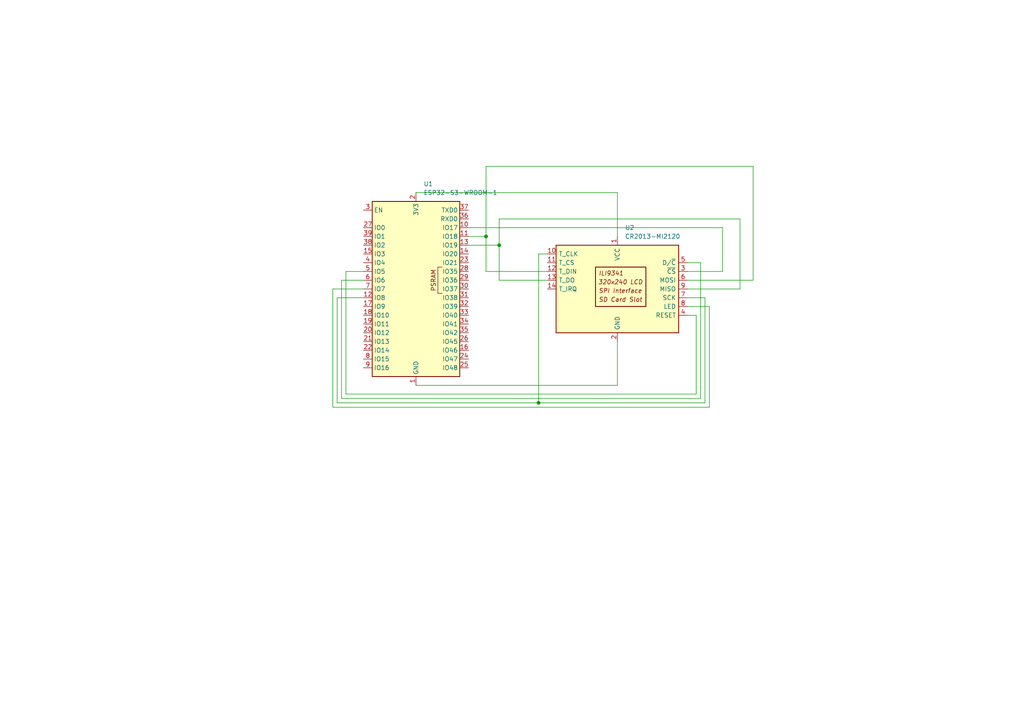
<source format=kicad_sch>
(kicad_sch (version 20231120) (generator "eeschema") (generator_version "8.0")
  (paper "A4")
  (lib_symbols
    (symbol "Driver_Display:CR2013-MI2120" (pin_names (offset 0.762))
      (property "Reference" "U2" (at 2.1941 17.78 0))
      (property "Value" "CR2013-MI2120" (at 2.1941 15.24 0))
      (symbol "CR2013-MI2120_0_0"
        (text "320x240 LCD" (at 0.889 2.032 0) (effects (font (size 1.27 1.27) (italic yes))))
        (text "ILI9341" (at -5.461 4.572 0) (effects (font (size 1.27 1.27) (italic yes)) (justify left)))
        (text "SD Card Slot" (at -5.461 -3.048 0) (effects (font (size 1.27 1.27) (italic yes)) (justify left)))
        (text "SPI Interface" (at -5.461 -0.508 0) (effects (font (size 1.27 1.27) (italic yes)) (justify left)))
      )
      (symbol "CR2013-MI2120_0_1"
        (rectangle (start -17.78 12.7) (end 17.78 -12.7) (stroke (width 0.254)) (fill (type background)))
        (rectangle (start -6.35 6.35) (end 8.255 -5.08) (stroke (width 0.254)))
      )
      (symbol "CR2013-MI2120_1_1"
        (pin power_in line (at 0 15.24 270) (length 2.54) (name "VCC") (number "1"))
        (pin input line (at -20.32 10.16 0) (length 2.54) (name "T_CLK") (number "10"))
        (pin input line (at -20.32 7.62 0) (length 2.54) (name "T_CS") (number "11"))
        (pin input line (at -20.32 5.08 0) (length 2.54) (name "T_DIN") (number "12"))
        (pin output line (at -20.32 2.54 0) (length 2.54) (name "T_DO") (number "13"))
        (pin output line (at -20.32 0 0) (length 2.54) (name "T_IRQ") (number "14"))
        (pin power_in line (at 0 -15.24 90) (length 2.54) (name "GND") (number "2"))
        (pin input line (at 20.32 5.08 180) (length 2.54) (name "~{CS}") (number "3"))
        (pin input line (at 20.32 -7.62 180) (length 2.54) (name "RESET") (number "4"))
        (pin input line (at 20.32 7.62 180) (length 2.54) (name "D/~{C}") (number "5"))
        (pin input line (at 20.32 2.54 180) (length 2.54) (name "MOSI") (number "6"))
        (pin input line (at 20.32 -2.54 180) (length 2.54) (name "SCK") (number "7"))
        (pin input line (at 20.32 -5.08 180) (length 2.54) (name "LED") (number "8"))
        (pin output line (at 20.32 0 180) (length 2.54) (name "MISO") (number "9"))
      )
    )
    (symbol "RF_Module:ESP32-S3-WROOM-1"
      (property "Reference" "U" (at -12.7 26.67 0))
      (property "Value" "ESP32-S3-WROOM-1" (at 12.7 26.67 0))
      (symbol "ESP32-S3-WROOM-1_0_0"
        (rectangle (start -12.7 25.4) (end 12.7 -25.4) (stroke (width 0.254)) (fill (type background)))
        (text "PSRAM" (at 5.08 2.54 900) (effects (font (size 1.27 1.27))))
      )
      (symbol "ESP32-S3-WROOM-1_0_1"
        (polyline (pts (xy 7.62 -1.27) (xy 6.35 -1.27) (xy 6.35 6.35) (xy 7.62 6.35)))
      )
      (symbol "ESP32-S3-WROOM-1_1_1"
        (pin power_in line (at 0 -27.94 90) (length 2.54) (name "GND") (number "1"))
        (pin bidirectional line (at 15.24 17.78 180) (length 2.54) (name "IO17") (number "10"))
        (pin bidirectional line (at 15.24 15.24 180) (length 2.54) (name "IO18") (number "11"))
        (pin bidirectional line (at -15.24 -2.54 0) (length 2.54) (name "IO8") (number "12"))
        (pin bidirectional line (at 15.24 12.7 180) (length 2.54) (name "IO19") (number "13"))
        (pin bidirectional line (at 15.24 10.16 180) (length 2.54) (name "IO20") (number "14"))
        (pin bidirectional line (at -15.24 10.16 0) (length 2.54) (name "IO3") (number "15"))
        (pin bidirectional line (at 15.24 -17.78 180) (length 2.54) (name "IO46") (number "16"))
        (pin bidirectional line (at -15.24 -5.08 0) (length 2.54) (name "IO9") (number "17"))
        (pin bidirectional line (at -15.24 -7.62 0) (length 2.54) (name "IO10") (number "18"))
        (pin bidirectional line (at -15.24 -10.16 0) (length 2.54) (name "IO11") (number "19"))
        (pin power_in line (at 0 27.94 270) (length 2.54) (name "3V3") (number "2"))
        (pin bidirectional line (at -15.24 -12.7 0) (length 2.54) (name "IO12") (number "20"))
        (pin bidirectional line (at -15.24 -15.24 0) (length 2.54) (name "IO13") (number "21"))
        (pin bidirectional line (at -15.24 -17.78 0) (length 2.54) (name "IO14") (number "22"))
        (pin bidirectional line (at 15.24 7.62 180) (length 2.54) (name "IO21") (number "23"))
        (pin bidirectional line (at 15.24 -20.32 180) (length 2.54) (name "IO47") (number "24"))
        (pin bidirectional line (at 15.24 -22.86 180) (length 2.54) (name "IO48") (number "25"))
        (pin bidirectional line (at 15.24 -15.24 180) (length 2.54) (name "IO45") (number "26"))
        (pin bidirectional line (at -15.24 17.78 0) (length 2.54) (name "IO0") (number "27"))
        (pin bidirectional line (at 15.24 5.08 180) (length 2.54) (name "IO35") (number "28"))
        (pin bidirectional line (at 15.24 2.54 180) (length 2.54) (name "IO36") (number "29"))
        (pin input line (at -15.24 22.86 0) (length 2.54) (name "EN") (number "3"))
        (pin bidirectional line (at 15.24 0 180) (length 2.54) (name "IO37") (number "30"))
        (pin bidirectional line (at 15.24 -2.54 180) (length 2.54) (name "IO38") (number "31"))
        (pin bidirectional line (at 15.24 -5.08 180) (length 2.54) (name "IO39") (number "32"))
        (pin bidirectional line (at 15.24 -7.62 180) (length 2.54) (name "IO40") (number "33"))
        (pin bidirectional line (at 15.24 -10.16 180) (length 2.54) (name "IO41") (number "34"))
        (pin bidirectional line (at 15.24 -12.7 180) (length 2.54) (name "IO42") (number "35"))
        (pin bidirectional line (at 15.24 20.32 180) (length 2.54) (name "RXD0") (number "36"))
        (pin bidirectional line (at 15.24 22.86 180) (length 2.54) (name "TXD0") (number "37"))
        (pin bidirectional line (at -15.24 12.7 0) (length 2.54) (name "IO2") (number "38"))
        (pin bidirectional line (at -15.24 15.24 0) (length 2.54) (name "IO1") (number "39"))
        (pin bidirectional line (at -15.24 7.62 0) (length 2.54) (name "IO4") (number "4"))
        (pin passive line (at 0 -27.94 90) (length 2.54) hide (name "GND") (number "40"))
        (pin passive line (at 0 -27.94 90) (length 2.54) hide (name "GND") (number "41"))
        (pin bidirectional line (at -15.24 5.08 0) (length 2.54) (name "IO5") (number "5"))
        (pin bidirectional line (at -15.24 2.54 0) (length 2.54) (name "IO6") (number "6"))
        (pin bidirectional line (at -15.24 0 0) (length 2.54) (name "IO7") (number "7"))
        (pin bidirectional line (at -15.24 -20.32 0) (length 2.54) (name "IO15") (number "8"))
        (pin bidirectional line (at -15.24 -22.86 0) (length 2.54) (name "IO16") (number "9"))
      )
    )
  )
  (junction (at 156.21 116.84))
  (junction (at 140.97 68.58))
  (junction (at 144.78 71.12))
  (wire (pts (xy 97.79 116.84) (xy 97.79 86.36)))
  (wire (pts (xy 199.39 88.9) (xy 205.74 88.9)))
  (wire (pts (xy 156.21 116.84) (xy 97.79 116.84)))
  (wire (pts (xy 199.39 83.82) (xy 214.63 83.82)))
  (wire (pts (xy 214.63 83.82) (xy 214.63 63.5)))
  (wire (pts (xy 156.21 73.66) (xy 156.21 116.84)))
  (wire (pts (xy 201.93 91.44) (xy 201.93 114.3)))
  (wire (pts (xy 140.97 48.26) (xy 140.97 68.58)))
  (wire (pts (xy 96.52 118.11) (xy 96.52 83.82)))
  (wire (pts (xy 140.97 68.58) (xy 135.89 68.58)))
  (wire (pts (xy 140.97 78.74) (xy 140.97 68.58)))
  (wire (pts (xy 158.75 81.28) (xy 144.78 81.28)))
  (wire (pts (xy 209.55 78.74) (xy 209.55 66.04)))
  (wire (pts (xy 99.06 115.57) (xy 99.06 81.28)))
  (wire (pts (xy 218.44 81.28) (xy 218.44 48.26)))
  (wire (pts (xy 205.74 118.11) (xy 96.52 118.11)))
  (wire (pts (xy 199.39 81.28) (xy 218.44 81.28)))
  (wire (pts (xy 158.75 73.66) (xy 156.21 73.66)))
  (wire (pts (xy 179.07 111.76) (xy 120.65 111.76)))
  (wire (pts (xy 214.63 63.5) (xy 144.78 63.5)))
  (wire (pts (xy 209.55 66.04) (xy 135.89 66.04)))
  (wire (pts (xy 199.39 76.2) (xy 203.2 76.2)))
  (wire (pts (xy 199.39 91.44) (xy 201.93 91.44)))
  (wire (pts (xy 199.39 86.36) (xy 204.47 86.36)))
  (wire (pts (xy 179.07 55.88) (xy 120.65 55.88)))
  (wire (pts (xy 135.89 71.12) (xy 144.78 71.12)))
  (wire (pts (xy 203.2 115.57) (xy 99.06 115.57)))
  (wire (pts (xy 204.47 116.84) (xy 156.21 116.84)))
  (wire (pts (xy 199.39 78.74) (xy 209.55 78.74)))
  (wire (pts (xy 179.07 99.06) (xy 179.07 111.76)))
  (wire (pts (xy 99.06 81.28) (xy 105.41 81.28)))
  (wire (pts (xy 179.07 68.58) (xy 179.07 55.88)))
  (wire (pts (xy 97.79 86.36) (xy 105.41 86.36)))
  (wire (pts (xy 144.78 71.12) (xy 144.78 81.28)))
  (wire (pts (xy 203.2 76.2) (xy 203.2 115.57)))
  (wire (pts (xy 201.93 114.3) (xy 100.33 114.3)))
  (wire (pts (xy 144.78 63.5) (xy 144.78 71.12)))
  (wire (pts (xy 100.33 78.74) (xy 105.41 78.74)))
  (wire (pts (xy 204.47 86.36) (xy 204.47 116.84)))
  (wire (pts (xy 158.75 78.74) (xy 140.97 78.74)))
  (wire (pts (xy 96.52 83.82) (xy 105.41 83.82)))
  (wire (pts (xy 218.44 48.26) (xy 140.97 48.26)))
  (wire (pts (xy 205.74 88.9) (xy 205.74 118.11)))
  (wire (pts (xy 100.33 114.3) (xy 100.33 78.74)))
  (symbol (lib_id "Driver_Display:CR2013-MI2120") (at 179.07 83.82 0) (unit 1)
    (property "Reference" "U2" (at 181.2641 66.04 0) (effects (justify left)))
    (property "Value" "CR2013-MI2120" (at 181.2641 68.58 0) (effects (justify left)))
    (property "Footprint" "Display:CR2013-MI2120" (effects (hide yes)))
    (property "Datasheet" "http://pan.baidu.com/s/11Y990" (effects (hide yes)))
    (property "Description" "ILI9341 controller, SPI TFT LCD Display, 9-pin breakout PCB, 4-pin SD card interface, 5V/3.3V" (effects (hide yes)))
  )
  (symbol (lib_id "RF_Module:ESP32-S3-WROOM-1") (at 120.65 83.82 0) (unit 1)
    (property "Reference" "U1" (at 122.8441 53.34 0) (effects (justify left)))
    (property "Value" "ESP32-S3-WROOM-1" (at 122.8441 55.88 0) (effects (justify left)))
    (property "Footprint" "RF_Module:ESP32-S3-WROOM-1" (effects (hide yes)))
    (property "Datasheet" "https://www.espressif.com/sites/default/files/documentation/esp32-s3-wroom-1_wroom-1u_datasheet_en.pdf" (effects (hide yes)))
    (property "Description" "RF Module, ESP32-S3 SoC, Wi-Fi 802.11b/g/n, Bluetooth, BLE, 32-bit, 3.3V, onboard antenna, SMD" (effects (hide yes)))
  )
)
</source>
